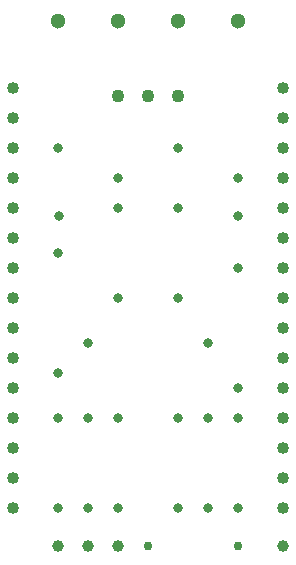
<source format=gbr>
%TF.GenerationSoftware,KiCad,Pcbnew,5.1.5+dfsg1-2~bpo10+1*%
%TF.CreationDate,2020-10-04T09:49:28+00:00*%
%TF.ProjectId,PWR,5057522e-6b69-4636-9164-5f7063625858,rev?*%
%TF.SameCoordinates,Original*%
%TF.FileFunction,Plated,1,2,PTH,Drill*%
%TF.FilePolarity,Positive*%
%FSLAX46Y46*%
G04 Gerber Fmt 4.6, Leading zero omitted, Abs format (unit mm)*
G04 Created by KiCad (PCBNEW 5.1.5+dfsg1-2~bpo10+1) date 2020-10-04 09:49:28*
%MOMM*%
%LPD*%
G04 APERTURE LIST*
%TA.AperFunction,ComponentDrill*%
%ADD10C,0.760000*%
%TD*%
%TA.AperFunction,ComponentDrill*%
%ADD11C,0.800000*%
%TD*%
%TA.AperFunction,ComponentDrill*%
%ADD12C,1.000000*%
%TD*%
%TA.AperFunction,ComponentDrill*%
%ADD13C,1.016000*%
%TD*%
%TA.AperFunction,ComponentDrill*%
%ADD14C,1.100000*%
%TD*%
%TA.AperFunction,ComponentDrill*%
%ADD15C,1.300000*%
%TD*%
G04 APERTURE END LIST*
D10*
%TO.C,PS1*%
X11450000Y-3235000D03*
X19050000Y-3235000D03*
D11*
%TO.C,R5*%
X19050000Y20320000D03*
X19050000Y10160000D03*
%TO.C,U2*%
X13970000Y7620000D03*
X13970000Y0D03*
X16510000Y7620000D03*
X16510000Y0D03*
X19050000Y7620000D03*
X19050000Y0D03*
%TO.C,D1*%
X8890000Y25400000D03*
X8890000Y17780000D03*
X13970000Y25400000D03*
X13970000Y17780000D03*
%TO.C,U1*%
X3810000Y7620000D03*
X3810000Y0D03*
X6350000Y7620000D03*
X6350000Y0D03*
X8890000Y7620000D03*
X8890000Y0D03*
%TO.C,R4*%
X6350000Y13970000D03*
X16510000Y13970000D03*
%TO.C,PS1*%
X3850000Y24765000D03*
X19050000Y24765000D03*
%TO.C,R2*%
X3810000Y21590000D03*
X3810000Y11430000D03*
%TO.C,R3*%
X8890000Y27940000D03*
X19050000Y27940000D03*
%TO.C,R1*%
X3810000Y30480000D03*
X13970000Y30480000D03*
D12*
%TO.C,J2*%
X22860000Y-3175000D03*
%TO.C,J3*%
X3810000Y-3175000D03*
X6350000Y-3175000D03*
%TO.C,J5*%
X8890000Y-3175000D03*
D13*
%TO.C,U3*%
X0Y35560000D03*
X0Y33020000D03*
X0Y30480000D03*
X0Y27940000D03*
X0Y25400000D03*
X0Y22860000D03*
X0Y20320000D03*
X0Y17780000D03*
X0Y15240000D03*
X0Y12700000D03*
X0Y10160000D03*
X0Y7620000D03*
X0Y5080000D03*
X0Y2540000D03*
X0Y0D03*
X22860000Y35560000D03*
X22860000Y33020000D03*
X22860000Y30480000D03*
X22860000Y27940000D03*
X22860000Y25400000D03*
X22860000Y22860000D03*
X22860000Y20320000D03*
X22860000Y17780000D03*
X22860000Y15240000D03*
X22860000Y12700000D03*
X22860000Y10160000D03*
X22860000Y7620000D03*
X22860000Y5080000D03*
X22860000Y2540000D03*
X22860000Y0D03*
D14*
%TO.C,Q1*%
X8890000Y34925000D03*
X11430000Y34925000D03*
X13970000Y34925000D03*
D15*
%TO.C,J1*%
X3810000Y41275000D03*
X8890000Y41275000D03*
X13970000Y41275000D03*
X19050000Y41275000D03*
M02*

</source>
